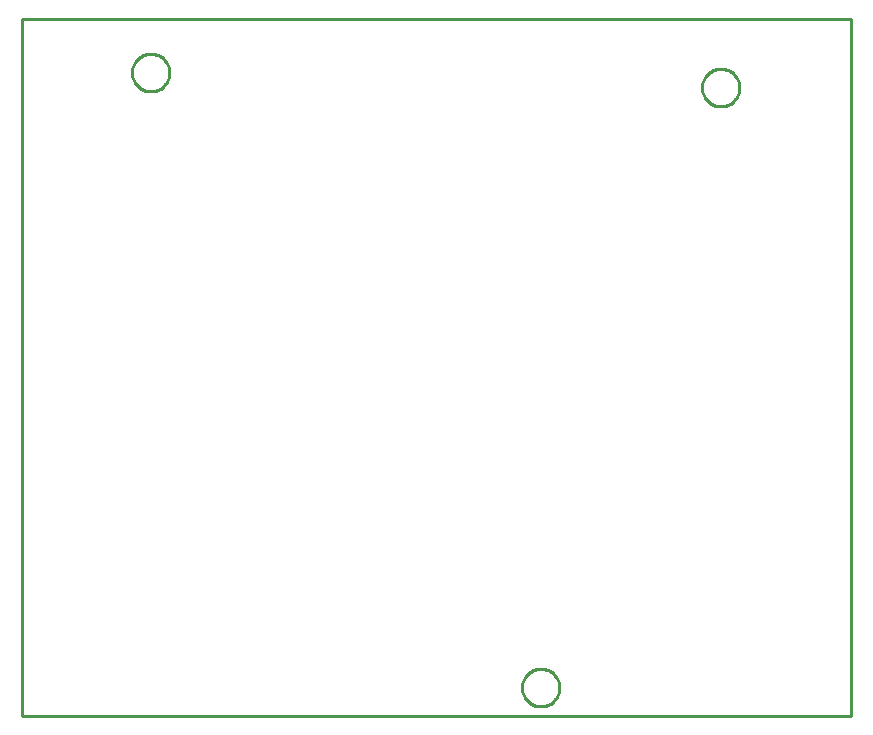
<source format=gko>
G04 EAGLE Gerber RS-274X export*
G75*
%MOMM*%
%FSLAX34Y34*%
%LPD*%
%INBoard Outline*%
%IPPOS*%
%AMOC8*
5,1,8,0,0,1.08239X$1,22.5*%
G01*
%ADD10C,0.000000*%
%ADD11C,0.254000*%


D10*
X12700Y6350D02*
X714250Y6350D01*
X714250Y596800D01*
X12700Y596800D01*
X12700Y6350D01*
X588125Y538400D02*
X588130Y538790D01*
X588144Y539179D01*
X588168Y539568D01*
X588201Y539956D01*
X588244Y540343D01*
X588297Y540729D01*
X588359Y541114D01*
X588430Y541497D01*
X588511Y541878D01*
X588601Y542257D01*
X588700Y542634D01*
X588809Y543008D01*
X588926Y543380D01*
X589053Y543748D01*
X589189Y544113D01*
X589333Y544475D01*
X589487Y544833D01*
X589649Y545187D01*
X589820Y545538D01*
X589999Y545883D01*
X590187Y546225D01*
X590384Y546561D01*
X590588Y546893D01*
X590800Y547220D01*
X591021Y547541D01*
X591249Y547857D01*
X591485Y548167D01*
X591728Y548471D01*
X591979Y548769D01*
X592237Y549061D01*
X592503Y549346D01*
X592775Y549625D01*
X593054Y549897D01*
X593339Y550163D01*
X593631Y550421D01*
X593929Y550672D01*
X594233Y550915D01*
X594543Y551151D01*
X594859Y551379D01*
X595180Y551600D01*
X595507Y551812D01*
X595839Y552016D01*
X596175Y552213D01*
X596517Y552401D01*
X596862Y552580D01*
X597213Y552751D01*
X597567Y552913D01*
X597925Y553067D01*
X598287Y553211D01*
X598652Y553347D01*
X599020Y553474D01*
X599392Y553591D01*
X599766Y553700D01*
X600143Y553799D01*
X600522Y553889D01*
X600903Y553970D01*
X601286Y554041D01*
X601671Y554103D01*
X602057Y554156D01*
X602444Y554199D01*
X602832Y554232D01*
X603221Y554256D01*
X603610Y554270D01*
X604000Y554275D01*
X604390Y554270D01*
X604779Y554256D01*
X605168Y554232D01*
X605556Y554199D01*
X605943Y554156D01*
X606329Y554103D01*
X606714Y554041D01*
X607097Y553970D01*
X607478Y553889D01*
X607857Y553799D01*
X608234Y553700D01*
X608608Y553591D01*
X608980Y553474D01*
X609348Y553347D01*
X609713Y553211D01*
X610075Y553067D01*
X610433Y552913D01*
X610787Y552751D01*
X611138Y552580D01*
X611483Y552401D01*
X611825Y552213D01*
X612161Y552016D01*
X612493Y551812D01*
X612820Y551600D01*
X613141Y551379D01*
X613457Y551151D01*
X613767Y550915D01*
X614071Y550672D01*
X614369Y550421D01*
X614661Y550163D01*
X614946Y549897D01*
X615225Y549625D01*
X615497Y549346D01*
X615763Y549061D01*
X616021Y548769D01*
X616272Y548471D01*
X616515Y548167D01*
X616751Y547857D01*
X616979Y547541D01*
X617200Y547220D01*
X617412Y546893D01*
X617616Y546561D01*
X617813Y546225D01*
X618001Y545883D01*
X618180Y545538D01*
X618351Y545187D01*
X618513Y544833D01*
X618667Y544475D01*
X618811Y544113D01*
X618947Y543748D01*
X619074Y543380D01*
X619191Y543008D01*
X619300Y542634D01*
X619399Y542257D01*
X619489Y541878D01*
X619570Y541497D01*
X619641Y541114D01*
X619703Y540729D01*
X619756Y540343D01*
X619799Y539956D01*
X619832Y539568D01*
X619856Y539179D01*
X619870Y538790D01*
X619875Y538400D01*
X619870Y538010D01*
X619856Y537621D01*
X619832Y537232D01*
X619799Y536844D01*
X619756Y536457D01*
X619703Y536071D01*
X619641Y535686D01*
X619570Y535303D01*
X619489Y534922D01*
X619399Y534543D01*
X619300Y534166D01*
X619191Y533792D01*
X619074Y533420D01*
X618947Y533052D01*
X618811Y532687D01*
X618667Y532325D01*
X618513Y531967D01*
X618351Y531613D01*
X618180Y531262D01*
X618001Y530917D01*
X617813Y530575D01*
X617616Y530239D01*
X617412Y529907D01*
X617200Y529580D01*
X616979Y529259D01*
X616751Y528943D01*
X616515Y528633D01*
X616272Y528329D01*
X616021Y528031D01*
X615763Y527739D01*
X615497Y527454D01*
X615225Y527175D01*
X614946Y526903D01*
X614661Y526637D01*
X614369Y526379D01*
X614071Y526128D01*
X613767Y525885D01*
X613457Y525649D01*
X613141Y525421D01*
X612820Y525200D01*
X612493Y524988D01*
X612161Y524784D01*
X611825Y524587D01*
X611483Y524399D01*
X611138Y524220D01*
X610787Y524049D01*
X610433Y523887D01*
X610075Y523733D01*
X609713Y523589D01*
X609348Y523453D01*
X608980Y523326D01*
X608608Y523209D01*
X608234Y523100D01*
X607857Y523001D01*
X607478Y522911D01*
X607097Y522830D01*
X606714Y522759D01*
X606329Y522697D01*
X605943Y522644D01*
X605556Y522601D01*
X605168Y522568D01*
X604779Y522544D01*
X604390Y522530D01*
X604000Y522525D01*
X603610Y522530D01*
X603221Y522544D01*
X602832Y522568D01*
X602444Y522601D01*
X602057Y522644D01*
X601671Y522697D01*
X601286Y522759D01*
X600903Y522830D01*
X600522Y522911D01*
X600143Y523001D01*
X599766Y523100D01*
X599392Y523209D01*
X599020Y523326D01*
X598652Y523453D01*
X598287Y523589D01*
X597925Y523733D01*
X597567Y523887D01*
X597213Y524049D01*
X596862Y524220D01*
X596517Y524399D01*
X596175Y524587D01*
X595839Y524784D01*
X595507Y524988D01*
X595180Y525200D01*
X594859Y525421D01*
X594543Y525649D01*
X594233Y525885D01*
X593929Y526128D01*
X593631Y526379D01*
X593339Y526637D01*
X593054Y526903D01*
X592775Y527175D01*
X592503Y527454D01*
X592237Y527739D01*
X591979Y528031D01*
X591728Y528329D01*
X591485Y528633D01*
X591249Y528943D01*
X591021Y529259D01*
X590800Y529580D01*
X590588Y529907D01*
X590384Y530239D01*
X590187Y530575D01*
X589999Y530917D01*
X589820Y531262D01*
X589649Y531613D01*
X589487Y531967D01*
X589333Y532325D01*
X589189Y532687D01*
X589053Y533052D01*
X588926Y533420D01*
X588809Y533792D01*
X588700Y534166D01*
X588601Y534543D01*
X588511Y534922D01*
X588430Y535303D01*
X588359Y535686D01*
X588297Y536071D01*
X588244Y536457D01*
X588201Y536844D01*
X588168Y537232D01*
X588144Y537621D01*
X588130Y538010D01*
X588125Y538400D01*
X105525Y551100D02*
X105530Y551490D01*
X105544Y551879D01*
X105568Y552268D01*
X105601Y552656D01*
X105644Y553043D01*
X105697Y553429D01*
X105759Y553814D01*
X105830Y554197D01*
X105911Y554578D01*
X106001Y554957D01*
X106100Y555334D01*
X106209Y555708D01*
X106326Y556080D01*
X106453Y556448D01*
X106589Y556813D01*
X106733Y557175D01*
X106887Y557533D01*
X107049Y557887D01*
X107220Y558238D01*
X107399Y558583D01*
X107587Y558925D01*
X107784Y559261D01*
X107988Y559593D01*
X108200Y559920D01*
X108421Y560241D01*
X108649Y560557D01*
X108885Y560867D01*
X109128Y561171D01*
X109379Y561469D01*
X109637Y561761D01*
X109903Y562046D01*
X110175Y562325D01*
X110454Y562597D01*
X110739Y562863D01*
X111031Y563121D01*
X111329Y563372D01*
X111633Y563615D01*
X111943Y563851D01*
X112259Y564079D01*
X112580Y564300D01*
X112907Y564512D01*
X113239Y564716D01*
X113575Y564913D01*
X113917Y565101D01*
X114262Y565280D01*
X114613Y565451D01*
X114967Y565613D01*
X115325Y565767D01*
X115687Y565911D01*
X116052Y566047D01*
X116420Y566174D01*
X116792Y566291D01*
X117166Y566400D01*
X117543Y566499D01*
X117922Y566589D01*
X118303Y566670D01*
X118686Y566741D01*
X119071Y566803D01*
X119457Y566856D01*
X119844Y566899D01*
X120232Y566932D01*
X120621Y566956D01*
X121010Y566970D01*
X121400Y566975D01*
X121790Y566970D01*
X122179Y566956D01*
X122568Y566932D01*
X122956Y566899D01*
X123343Y566856D01*
X123729Y566803D01*
X124114Y566741D01*
X124497Y566670D01*
X124878Y566589D01*
X125257Y566499D01*
X125634Y566400D01*
X126008Y566291D01*
X126380Y566174D01*
X126748Y566047D01*
X127113Y565911D01*
X127475Y565767D01*
X127833Y565613D01*
X128187Y565451D01*
X128538Y565280D01*
X128883Y565101D01*
X129225Y564913D01*
X129561Y564716D01*
X129893Y564512D01*
X130220Y564300D01*
X130541Y564079D01*
X130857Y563851D01*
X131167Y563615D01*
X131471Y563372D01*
X131769Y563121D01*
X132061Y562863D01*
X132346Y562597D01*
X132625Y562325D01*
X132897Y562046D01*
X133163Y561761D01*
X133421Y561469D01*
X133672Y561171D01*
X133915Y560867D01*
X134151Y560557D01*
X134379Y560241D01*
X134600Y559920D01*
X134812Y559593D01*
X135016Y559261D01*
X135213Y558925D01*
X135401Y558583D01*
X135580Y558238D01*
X135751Y557887D01*
X135913Y557533D01*
X136067Y557175D01*
X136211Y556813D01*
X136347Y556448D01*
X136474Y556080D01*
X136591Y555708D01*
X136700Y555334D01*
X136799Y554957D01*
X136889Y554578D01*
X136970Y554197D01*
X137041Y553814D01*
X137103Y553429D01*
X137156Y553043D01*
X137199Y552656D01*
X137232Y552268D01*
X137256Y551879D01*
X137270Y551490D01*
X137275Y551100D01*
X137270Y550710D01*
X137256Y550321D01*
X137232Y549932D01*
X137199Y549544D01*
X137156Y549157D01*
X137103Y548771D01*
X137041Y548386D01*
X136970Y548003D01*
X136889Y547622D01*
X136799Y547243D01*
X136700Y546866D01*
X136591Y546492D01*
X136474Y546120D01*
X136347Y545752D01*
X136211Y545387D01*
X136067Y545025D01*
X135913Y544667D01*
X135751Y544313D01*
X135580Y543962D01*
X135401Y543617D01*
X135213Y543275D01*
X135016Y542939D01*
X134812Y542607D01*
X134600Y542280D01*
X134379Y541959D01*
X134151Y541643D01*
X133915Y541333D01*
X133672Y541029D01*
X133421Y540731D01*
X133163Y540439D01*
X132897Y540154D01*
X132625Y539875D01*
X132346Y539603D01*
X132061Y539337D01*
X131769Y539079D01*
X131471Y538828D01*
X131167Y538585D01*
X130857Y538349D01*
X130541Y538121D01*
X130220Y537900D01*
X129893Y537688D01*
X129561Y537484D01*
X129225Y537287D01*
X128883Y537099D01*
X128538Y536920D01*
X128187Y536749D01*
X127833Y536587D01*
X127475Y536433D01*
X127113Y536289D01*
X126748Y536153D01*
X126380Y536026D01*
X126008Y535909D01*
X125634Y535800D01*
X125257Y535701D01*
X124878Y535611D01*
X124497Y535530D01*
X124114Y535459D01*
X123729Y535397D01*
X123343Y535344D01*
X122956Y535301D01*
X122568Y535268D01*
X122179Y535244D01*
X121790Y535230D01*
X121400Y535225D01*
X121010Y535230D01*
X120621Y535244D01*
X120232Y535268D01*
X119844Y535301D01*
X119457Y535344D01*
X119071Y535397D01*
X118686Y535459D01*
X118303Y535530D01*
X117922Y535611D01*
X117543Y535701D01*
X117166Y535800D01*
X116792Y535909D01*
X116420Y536026D01*
X116052Y536153D01*
X115687Y536289D01*
X115325Y536433D01*
X114967Y536587D01*
X114613Y536749D01*
X114262Y536920D01*
X113917Y537099D01*
X113575Y537287D01*
X113239Y537484D01*
X112907Y537688D01*
X112580Y537900D01*
X112259Y538121D01*
X111943Y538349D01*
X111633Y538585D01*
X111329Y538828D01*
X111031Y539079D01*
X110739Y539337D01*
X110454Y539603D01*
X110175Y539875D01*
X109903Y540154D01*
X109637Y540439D01*
X109379Y540731D01*
X109128Y541029D01*
X108885Y541333D01*
X108649Y541643D01*
X108421Y541959D01*
X108200Y542280D01*
X107988Y542607D01*
X107784Y542939D01*
X107587Y543275D01*
X107399Y543617D01*
X107220Y543962D01*
X107049Y544313D01*
X106887Y544667D01*
X106733Y545025D01*
X106589Y545387D01*
X106453Y545752D01*
X106326Y546120D01*
X106209Y546492D01*
X106100Y546866D01*
X106001Y547243D01*
X105911Y547622D01*
X105830Y548003D01*
X105759Y548386D01*
X105697Y548771D01*
X105644Y549157D01*
X105601Y549544D01*
X105568Y549932D01*
X105544Y550321D01*
X105530Y550710D01*
X105525Y551100D01*
X435725Y30400D02*
X435730Y30790D01*
X435744Y31179D01*
X435768Y31568D01*
X435801Y31956D01*
X435844Y32343D01*
X435897Y32729D01*
X435959Y33114D01*
X436030Y33497D01*
X436111Y33878D01*
X436201Y34257D01*
X436300Y34634D01*
X436409Y35008D01*
X436526Y35380D01*
X436653Y35748D01*
X436789Y36113D01*
X436933Y36475D01*
X437087Y36833D01*
X437249Y37187D01*
X437420Y37538D01*
X437599Y37883D01*
X437787Y38225D01*
X437984Y38561D01*
X438188Y38893D01*
X438400Y39220D01*
X438621Y39541D01*
X438849Y39857D01*
X439085Y40167D01*
X439328Y40471D01*
X439579Y40769D01*
X439837Y41061D01*
X440103Y41346D01*
X440375Y41625D01*
X440654Y41897D01*
X440939Y42163D01*
X441231Y42421D01*
X441529Y42672D01*
X441833Y42915D01*
X442143Y43151D01*
X442459Y43379D01*
X442780Y43600D01*
X443107Y43812D01*
X443439Y44016D01*
X443775Y44213D01*
X444117Y44401D01*
X444462Y44580D01*
X444813Y44751D01*
X445167Y44913D01*
X445525Y45067D01*
X445887Y45211D01*
X446252Y45347D01*
X446620Y45474D01*
X446992Y45591D01*
X447366Y45700D01*
X447743Y45799D01*
X448122Y45889D01*
X448503Y45970D01*
X448886Y46041D01*
X449271Y46103D01*
X449657Y46156D01*
X450044Y46199D01*
X450432Y46232D01*
X450821Y46256D01*
X451210Y46270D01*
X451600Y46275D01*
X451990Y46270D01*
X452379Y46256D01*
X452768Y46232D01*
X453156Y46199D01*
X453543Y46156D01*
X453929Y46103D01*
X454314Y46041D01*
X454697Y45970D01*
X455078Y45889D01*
X455457Y45799D01*
X455834Y45700D01*
X456208Y45591D01*
X456580Y45474D01*
X456948Y45347D01*
X457313Y45211D01*
X457675Y45067D01*
X458033Y44913D01*
X458387Y44751D01*
X458738Y44580D01*
X459083Y44401D01*
X459425Y44213D01*
X459761Y44016D01*
X460093Y43812D01*
X460420Y43600D01*
X460741Y43379D01*
X461057Y43151D01*
X461367Y42915D01*
X461671Y42672D01*
X461969Y42421D01*
X462261Y42163D01*
X462546Y41897D01*
X462825Y41625D01*
X463097Y41346D01*
X463363Y41061D01*
X463621Y40769D01*
X463872Y40471D01*
X464115Y40167D01*
X464351Y39857D01*
X464579Y39541D01*
X464800Y39220D01*
X465012Y38893D01*
X465216Y38561D01*
X465413Y38225D01*
X465601Y37883D01*
X465780Y37538D01*
X465951Y37187D01*
X466113Y36833D01*
X466267Y36475D01*
X466411Y36113D01*
X466547Y35748D01*
X466674Y35380D01*
X466791Y35008D01*
X466900Y34634D01*
X466999Y34257D01*
X467089Y33878D01*
X467170Y33497D01*
X467241Y33114D01*
X467303Y32729D01*
X467356Y32343D01*
X467399Y31956D01*
X467432Y31568D01*
X467456Y31179D01*
X467470Y30790D01*
X467475Y30400D01*
X467470Y30010D01*
X467456Y29621D01*
X467432Y29232D01*
X467399Y28844D01*
X467356Y28457D01*
X467303Y28071D01*
X467241Y27686D01*
X467170Y27303D01*
X467089Y26922D01*
X466999Y26543D01*
X466900Y26166D01*
X466791Y25792D01*
X466674Y25420D01*
X466547Y25052D01*
X466411Y24687D01*
X466267Y24325D01*
X466113Y23967D01*
X465951Y23613D01*
X465780Y23262D01*
X465601Y22917D01*
X465413Y22575D01*
X465216Y22239D01*
X465012Y21907D01*
X464800Y21580D01*
X464579Y21259D01*
X464351Y20943D01*
X464115Y20633D01*
X463872Y20329D01*
X463621Y20031D01*
X463363Y19739D01*
X463097Y19454D01*
X462825Y19175D01*
X462546Y18903D01*
X462261Y18637D01*
X461969Y18379D01*
X461671Y18128D01*
X461367Y17885D01*
X461057Y17649D01*
X460741Y17421D01*
X460420Y17200D01*
X460093Y16988D01*
X459761Y16784D01*
X459425Y16587D01*
X459083Y16399D01*
X458738Y16220D01*
X458387Y16049D01*
X458033Y15887D01*
X457675Y15733D01*
X457313Y15589D01*
X456948Y15453D01*
X456580Y15326D01*
X456208Y15209D01*
X455834Y15100D01*
X455457Y15001D01*
X455078Y14911D01*
X454697Y14830D01*
X454314Y14759D01*
X453929Y14697D01*
X453543Y14644D01*
X453156Y14601D01*
X452768Y14568D01*
X452379Y14544D01*
X451990Y14530D01*
X451600Y14525D01*
X451210Y14530D01*
X450821Y14544D01*
X450432Y14568D01*
X450044Y14601D01*
X449657Y14644D01*
X449271Y14697D01*
X448886Y14759D01*
X448503Y14830D01*
X448122Y14911D01*
X447743Y15001D01*
X447366Y15100D01*
X446992Y15209D01*
X446620Y15326D01*
X446252Y15453D01*
X445887Y15589D01*
X445525Y15733D01*
X445167Y15887D01*
X444813Y16049D01*
X444462Y16220D01*
X444117Y16399D01*
X443775Y16587D01*
X443439Y16784D01*
X443107Y16988D01*
X442780Y17200D01*
X442459Y17421D01*
X442143Y17649D01*
X441833Y17885D01*
X441529Y18128D01*
X441231Y18379D01*
X440939Y18637D01*
X440654Y18903D01*
X440375Y19175D01*
X440103Y19454D01*
X439837Y19739D01*
X439579Y20031D01*
X439328Y20329D01*
X439085Y20633D01*
X438849Y20943D01*
X438621Y21259D01*
X438400Y21580D01*
X438188Y21907D01*
X437984Y22239D01*
X437787Y22575D01*
X437599Y22917D01*
X437420Y23262D01*
X437249Y23613D01*
X437087Y23967D01*
X436933Y24325D01*
X436789Y24687D01*
X436653Y25052D01*
X436526Y25420D01*
X436409Y25792D01*
X436300Y26166D01*
X436201Y26543D01*
X436111Y26922D01*
X436030Y27303D01*
X435959Y27686D01*
X435897Y28071D01*
X435844Y28457D01*
X435801Y28844D01*
X435768Y29232D01*
X435744Y29621D01*
X435730Y30010D01*
X435725Y30400D01*
D11*
X12700Y6350D02*
X714250Y6350D01*
X714250Y596800D01*
X12700Y596800D01*
X12700Y6350D01*
X619875Y537880D02*
X619807Y536843D01*
X619671Y535813D01*
X619469Y534793D01*
X619200Y533789D01*
X618865Y532805D01*
X618468Y531845D01*
X618008Y530913D01*
X617488Y530012D01*
X616911Y529148D01*
X616278Y528324D01*
X615593Y527542D01*
X614858Y526807D01*
X614076Y526122D01*
X613252Y525489D01*
X612388Y524912D01*
X611487Y524392D01*
X610555Y523932D01*
X609595Y523535D01*
X608611Y523200D01*
X607607Y522931D01*
X606587Y522729D01*
X605557Y522593D01*
X604520Y522525D01*
X603480Y522525D01*
X602443Y522593D01*
X601413Y522729D01*
X600393Y522931D01*
X599389Y523200D01*
X598405Y523535D01*
X597445Y523932D01*
X596513Y524392D01*
X595612Y524912D01*
X594748Y525489D01*
X593924Y526122D01*
X593142Y526807D01*
X592407Y527542D01*
X591722Y528324D01*
X591089Y529148D01*
X590512Y530012D01*
X589992Y530913D01*
X589532Y531845D01*
X589135Y532805D01*
X588800Y533789D01*
X588531Y534793D01*
X588329Y535813D01*
X588193Y536843D01*
X588125Y537880D01*
X588125Y538920D01*
X588193Y539957D01*
X588329Y540987D01*
X588531Y542007D01*
X588800Y543011D01*
X589135Y543995D01*
X589532Y544955D01*
X589992Y545887D01*
X590512Y546788D01*
X591089Y547652D01*
X591722Y548476D01*
X592407Y549258D01*
X593142Y549993D01*
X593924Y550678D01*
X594748Y551311D01*
X595612Y551888D01*
X596513Y552408D01*
X597445Y552868D01*
X598405Y553265D01*
X599389Y553600D01*
X600393Y553869D01*
X601413Y554071D01*
X602443Y554207D01*
X603480Y554275D01*
X604520Y554275D01*
X605557Y554207D01*
X606587Y554071D01*
X607607Y553869D01*
X608611Y553600D01*
X609595Y553265D01*
X610555Y552868D01*
X611487Y552408D01*
X612388Y551888D01*
X613252Y551311D01*
X614076Y550678D01*
X614858Y549993D01*
X615593Y549258D01*
X616278Y548476D01*
X616911Y547652D01*
X617488Y546788D01*
X618008Y545887D01*
X618468Y544955D01*
X618865Y543995D01*
X619200Y543011D01*
X619469Y542007D01*
X619671Y540987D01*
X619807Y539957D01*
X619875Y538920D01*
X619875Y537880D01*
X137275Y550580D02*
X137207Y549543D01*
X137071Y548513D01*
X136869Y547493D01*
X136600Y546489D01*
X136265Y545505D01*
X135868Y544545D01*
X135408Y543613D01*
X134888Y542712D01*
X134311Y541848D01*
X133678Y541024D01*
X132993Y540242D01*
X132258Y539507D01*
X131476Y538822D01*
X130652Y538189D01*
X129788Y537612D01*
X128887Y537092D01*
X127955Y536632D01*
X126995Y536235D01*
X126011Y535900D01*
X125007Y535631D01*
X123987Y535429D01*
X122957Y535293D01*
X121920Y535225D01*
X120880Y535225D01*
X119843Y535293D01*
X118813Y535429D01*
X117793Y535631D01*
X116789Y535900D01*
X115805Y536235D01*
X114845Y536632D01*
X113913Y537092D01*
X113012Y537612D01*
X112148Y538189D01*
X111324Y538822D01*
X110542Y539507D01*
X109807Y540242D01*
X109122Y541024D01*
X108489Y541848D01*
X107912Y542712D01*
X107392Y543613D01*
X106932Y544545D01*
X106535Y545505D01*
X106200Y546489D01*
X105931Y547493D01*
X105729Y548513D01*
X105593Y549543D01*
X105525Y550580D01*
X105525Y551620D01*
X105593Y552657D01*
X105729Y553687D01*
X105931Y554707D01*
X106200Y555711D01*
X106535Y556695D01*
X106932Y557655D01*
X107392Y558587D01*
X107912Y559488D01*
X108489Y560352D01*
X109122Y561176D01*
X109807Y561958D01*
X110542Y562693D01*
X111324Y563378D01*
X112148Y564011D01*
X113012Y564588D01*
X113913Y565108D01*
X114845Y565568D01*
X115805Y565965D01*
X116789Y566300D01*
X117793Y566569D01*
X118813Y566771D01*
X119843Y566907D01*
X120880Y566975D01*
X121920Y566975D01*
X122957Y566907D01*
X123987Y566771D01*
X125007Y566569D01*
X126011Y566300D01*
X126995Y565965D01*
X127955Y565568D01*
X128887Y565108D01*
X129788Y564588D01*
X130652Y564011D01*
X131476Y563378D01*
X132258Y562693D01*
X132993Y561958D01*
X133678Y561176D01*
X134311Y560352D01*
X134888Y559488D01*
X135408Y558587D01*
X135868Y557655D01*
X136265Y556695D01*
X136600Y555711D01*
X136869Y554707D01*
X137071Y553687D01*
X137207Y552657D01*
X137275Y551620D01*
X137275Y550580D01*
X467475Y29880D02*
X467407Y28843D01*
X467271Y27813D01*
X467069Y26793D01*
X466800Y25789D01*
X466465Y24805D01*
X466068Y23845D01*
X465608Y22913D01*
X465088Y22012D01*
X464511Y21148D01*
X463878Y20324D01*
X463193Y19542D01*
X462458Y18807D01*
X461676Y18122D01*
X460852Y17489D01*
X459988Y16912D01*
X459087Y16392D01*
X458155Y15932D01*
X457195Y15535D01*
X456211Y15200D01*
X455207Y14931D01*
X454187Y14729D01*
X453157Y14593D01*
X452120Y14525D01*
X451080Y14525D01*
X450043Y14593D01*
X449013Y14729D01*
X447993Y14931D01*
X446989Y15200D01*
X446005Y15535D01*
X445045Y15932D01*
X444113Y16392D01*
X443212Y16912D01*
X442348Y17489D01*
X441524Y18122D01*
X440742Y18807D01*
X440007Y19542D01*
X439322Y20324D01*
X438689Y21148D01*
X438112Y22012D01*
X437592Y22913D01*
X437132Y23845D01*
X436735Y24805D01*
X436400Y25789D01*
X436131Y26793D01*
X435929Y27813D01*
X435793Y28843D01*
X435725Y29880D01*
X435725Y30920D01*
X435793Y31957D01*
X435929Y32987D01*
X436131Y34007D01*
X436400Y35011D01*
X436735Y35995D01*
X437132Y36955D01*
X437592Y37887D01*
X438112Y38788D01*
X438689Y39652D01*
X439322Y40476D01*
X440007Y41258D01*
X440742Y41993D01*
X441524Y42678D01*
X442348Y43311D01*
X443212Y43888D01*
X444113Y44408D01*
X445045Y44868D01*
X446005Y45265D01*
X446989Y45600D01*
X447993Y45869D01*
X449013Y46071D01*
X450043Y46207D01*
X451080Y46275D01*
X452120Y46275D01*
X453157Y46207D01*
X454187Y46071D01*
X455207Y45869D01*
X456211Y45600D01*
X457195Y45265D01*
X458155Y44868D01*
X459087Y44408D01*
X459988Y43888D01*
X460852Y43311D01*
X461676Y42678D01*
X462458Y41993D01*
X463193Y41258D01*
X463878Y40476D01*
X464511Y39652D01*
X465088Y38788D01*
X465608Y37887D01*
X466068Y36955D01*
X466465Y35995D01*
X466800Y35011D01*
X467069Y34007D01*
X467271Y32987D01*
X467407Y31957D01*
X467475Y30920D01*
X467475Y29880D01*
M02*

</source>
